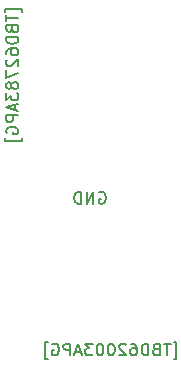
<source format=gbr>
%TF.GenerationSoftware,KiCad,Pcbnew,7.0.1*%
%TF.CreationDate,2023-05-14T00:25:17+09:00*%
%TF.ProjectId,Pmod_7Seg,506d6f64-5f37-4536-9567-2e6b69636164,rev?*%
%TF.SameCoordinates,Original*%
%TF.FileFunction,Legend,Bot*%
%TF.FilePolarity,Positive*%
%FSLAX46Y46*%
G04 Gerber Fmt 4.6, Leading zero omitted, Abs format (unit mm)*
G04 Created by KiCad (PCBNEW 7.0.1) date 2023-05-14 00:25:17*
%MOMM*%
%LPD*%
G01*
G04 APERTURE LIST*
%ADD10C,0.150000*%
G04 APERTURE END LIST*
D10*
X129159095Y-85412238D02*
X129254333Y-85364619D01*
X129254333Y-85364619D02*
X129397190Y-85364619D01*
X129397190Y-85364619D02*
X129540047Y-85412238D01*
X129540047Y-85412238D02*
X129635285Y-85507476D01*
X129635285Y-85507476D02*
X129682904Y-85602714D01*
X129682904Y-85602714D02*
X129730523Y-85793190D01*
X129730523Y-85793190D02*
X129730523Y-85936047D01*
X129730523Y-85936047D02*
X129682904Y-86126523D01*
X129682904Y-86126523D02*
X129635285Y-86221761D01*
X129635285Y-86221761D02*
X129540047Y-86317000D01*
X129540047Y-86317000D02*
X129397190Y-86364619D01*
X129397190Y-86364619D02*
X129301952Y-86364619D01*
X129301952Y-86364619D02*
X129159095Y-86317000D01*
X129159095Y-86317000D02*
X129111476Y-86269380D01*
X129111476Y-86269380D02*
X129111476Y-85936047D01*
X129111476Y-85936047D02*
X129301952Y-85936047D01*
X128682904Y-86364619D02*
X128682904Y-85364619D01*
X128682904Y-85364619D02*
X128111476Y-86364619D01*
X128111476Y-86364619D02*
X128111476Y-85364619D01*
X127635285Y-86364619D02*
X127635285Y-85364619D01*
X127635285Y-85364619D02*
X127397190Y-85364619D01*
X127397190Y-85364619D02*
X127254333Y-85412238D01*
X127254333Y-85412238D02*
X127159095Y-85507476D01*
X127159095Y-85507476D02*
X127111476Y-85602714D01*
X127111476Y-85602714D02*
X127063857Y-85793190D01*
X127063857Y-85793190D02*
X127063857Y-85936047D01*
X127063857Y-85936047D02*
X127111476Y-86126523D01*
X127111476Y-86126523D02*
X127159095Y-86221761D01*
X127159095Y-86221761D02*
X127254333Y-86317000D01*
X127254333Y-86317000D02*
X127397190Y-86364619D01*
X127397190Y-86364619D02*
X127635285Y-86364619D01*
X135467790Y-99536552D02*
X135705885Y-99536552D01*
X135705885Y-99536552D02*
X135705885Y-98107980D01*
X135705885Y-98107980D02*
X135467790Y-98107980D01*
X135229694Y-98203219D02*
X134658266Y-98203219D01*
X134943980Y-99203219D02*
X134943980Y-98203219D01*
X133991599Y-98679409D02*
X133848742Y-98727028D01*
X133848742Y-98727028D02*
X133801123Y-98774647D01*
X133801123Y-98774647D02*
X133753504Y-98869885D01*
X133753504Y-98869885D02*
X133753504Y-99012742D01*
X133753504Y-99012742D02*
X133801123Y-99107980D01*
X133801123Y-99107980D02*
X133848742Y-99155600D01*
X133848742Y-99155600D02*
X133943980Y-99203219D01*
X133943980Y-99203219D02*
X134324932Y-99203219D01*
X134324932Y-99203219D02*
X134324932Y-98203219D01*
X134324932Y-98203219D02*
X133991599Y-98203219D01*
X133991599Y-98203219D02*
X133896361Y-98250838D01*
X133896361Y-98250838D02*
X133848742Y-98298457D01*
X133848742Y-98298457D02*
X133801123Y-98393695D01*
X133801123Y-98393695D02*
X133801123Y-98488933D01*
X133801123Y-98488933D02*
X133848742Y-98584171D01*
X133848742Y-98584171D02*
X133896361Y-98631790D01*
X133896361Y-98631790D02*
X133991599Y-98679409D01*
X133991599Y-98679409D02*
X134324932Y-98679409D01*
X133324932Y-99203219D02*
X133324932Y-98203219D01*
X133324932Y-98203219D02*
X133086837Y-98203219D01*
X133086837Y-98203219D02*
X132943980Y-98250838D01*
X132943980Y-98250838D02*
X132848742Y-98346076D01*
X132848742Y-98346076D02*
X132801123Y-98441314D01*
X132801123Y-98441314D02*
X132753504Y-98631790D01*
X132753504Y-98631790D02*
X132753504Y-98774647D01*
X132753504Y-98774647D02*
X132801123Y-98965123D01*
X132801123Y-98965123D02*
X132848742Y-99060361D01*
X132848742Y-99060361D02*
X132943980Y-99155600D01*
X132943980Y-99155600D02*
X133086837Y-99203219D01*
X133086837Y-99203219D02*
X133324932Y-99203219D01*
X131896361Y-98203219D02*
X132086837Y-98203219D01*
X132086837Y-98203219D02*
X132182075Y-98250838D01*
X132182075Y-98250838D02*
X132229694Y-98298457D01*
X132229694Y-98298457D02*
X132324932Y-98441314D01*
X132324932Y-98441314D02*
X132372551Y-98631790D01*
X132372551Y-98631790D02*
X132372551Y-99012742D01*
X132372551Y-99012742D02*
X132324932Y-99107980D01*
X132324932Y-99107980D02*
X132277313Y-99155600D01*
X132277313Y-99155600D02*
X132182075Y-99203219D01*
X132182075Y-99203219D02*
X131991599Y-99203219D01*
X131991599Y-99203219D02*
X131896361Y-99155600D01*
X131896361Y-99155600D02*
X131848742Y-99107980D01*
X131848742Y-99107980D02*
X131801123Y-99012742D01*
X131801123Y-99012742D02*
X131801123Y-98774647D01*
X131801123Y-98774647D02*
X131848742Y-98679409D01*
X131848742Y-98679409D02*
X131896361Y-98631790D01*
X131896361Y-98631790D02*
X131991599Y-98584171D01*
X131991599Y-98584171D02*
X132182075Y-98584171D01*
X132182075Y-98584171D02*
X132277313Y-98631790D01*
X132277313Y-98631790D02*
X132324932Y-98679409D01*
X132324932Y-98679409D02*
X132372551Y-98774647D01*
X131420170Y-98298457D02*
X131372551Y-98250838D01*
X131372551Y-98250838D02*
X131277313Y-98203219D01*
X131277313Y-98203219D02*
X131039218Y-98203219D01*
X131039218Y-98203219D02*
X130943980Y-98250838D01*
X130943980Y-98250838D02*
X130896361Y-98298457D01*
X130896361Y-98298457D02*
X130848742Y-98393695D01*
X130848742Y-98393695D02*
X130848742Y-98488933D01*
X130848742Y-98488933D02*
X130896361Y-98631790D01*
X130896361Y-98631790D02*
X131467789Y-99203219D01*
X131467789Y-99203219D02*
X130848742Y-99203219D01*
X130229694Y-98203219D02*
X130134456Y-98203219D01*
X130134456Y-98203219D02*
X130039218Y-98250838D01*
X130039218Y-98250838D02*
X129991599Y-98298457D01*
X129991599Y-98298457D02*
X129943980Y-98393695D01*
X129943980Y-98393695D02*
X129896361Y-98584171D01*
X129896361Y-98584171D02*
X129896361Y-98822266D01*
X129896361Y-98822266D02*
X129943980Y-99012742D01*
X129943980Y-99012742D02*
X129991599Y-99107980D01*
X129991599Y-99107980D02*
X130039218Y-99155600D01*
X130039218Y-99155600D02*
X130134456Y-99203219D01*
X130134456Y-99203219D02*
X130229694Y-99203219D01*
X130229694Y-99203219D02*
X130324932Y-99155600D01*
X130324932Y-99155600D02*
X130372551Y-99107980D01*
X130372551Y-99107980D02*
X130420170Y-99012742D01*
X130420170Y-99012742D02*
X130467789Y-98822266D01*
X130467789Y-98822266D02*
X130467789Y-98584171D01*
X130467789Y-98584171D02*
X130420170Y-98393695D01*
X130420170Y-98393695D02*
X130372551Y-98298457D01*
X130372551Y-98298457D02*
X130324932Y-98250838D01*
X130324932Y-98250838D02*
X130229694Y-98203219D01*
X129277313Y-98203219D02*
X129182075Y-98203219D01*
X129182075Y-98203219D02*
X129086837Y-98250838D01*
X129086837Y-98250838D02*
X129039218Y-98298457D01*
X129039218Y-98298457D02*
X128991599Y-98393695D01*
X128991599Y-98393695D02*
X128943980Y-98584171D01*
X128943980Y-98584171D02*
X128943980Y-98822266D01*
X128943980Y-98822266D02*
X128991599Y-99012742D01*
X128991599Y-99012742D02*
X129039218Y-99107980D01*
X129039218Y-99107980D02*
X129086837Y-99155600D01*
X129086837Y-99155600D02*
X129182075Y-99203219D01*
X129182075Y-99203219D02*
X129277313Y-99203219D01*
X129277313Y-99203219D02*
X129372551Y-99155600D01*
X129372551Y-99155600D02*
X129420170Y-99107980D01*
X129420170Y-99107980D02*
X129467789Y-99012742D01*
X129467789Y-99012742D02*
X129515408Y-98822266D01*
X129515408Y-98822266D02*
X129515408Y-98584171D01*
X129515408Y-98584171D02*
X129467789Y-98393695D01*
X129467789Y-98393695D02*
X129420170Y-98298457D01*
X129420170Y-98298457D02*
X129372551Y-98250838D01*
X129372551Y-98250838D02*
X129277313Y-98203219D01*
X128610646Y-98203219D02*
X127991599Y-98203219D01*
X127991599Y-98203219D02*
X128324932Y-98584171D01*
X128324932Y-98584171D02*
X128182075Y-98584171D01*
X128182075Y-98584171D02*
X128086837Y-98631790D01*
X128086837Y-98631790D02*
X128039218Y-98679409D01*
X128039218Y-98679409D02*
X127991599Y-98774647D01*
X127991599Y-98774647D02*
X127991599Y-99012742D01*
X127991599Y-99012742D02*
X128039218Y-99107980D01*
X128039218Y-99107980D02*
X128086837Y-99155600D01*
X128086837Y-99155600D02*
X128182075Y-99203219D01*
X128182075Y-99203219D02*
X128467789Y-99203219D01*
X128467789Y-99203219D02*
X128563027Y-99155600D01*
X128563027Y-99155600D02*
X128610646Y-99107980D01*
X127610646Y-98917504D02*
X127134456Y-98917504D01*
X127705884Y-99203219D02*
X127372551Y-98203219D01*
X127372551Y-98203219D02*
X127039218Y-99203219D01*
X126705884Y-99203219D02*
X126705884Y-98203219D01*
X126705884Y-98203219D02*
X126324932Y-98203219D01*
X126324932Y-98203219D02*
X126229694Y-98250838D01*
X126229694Y-98250838D02*
X126182075Y-98298457D01*
X126182075Y-98298457D02*
X126134456Y-98393695D01*
X126134456Y-98393695D02*
X126134456Y-98536552D01*
X126134456Y-98536552D02*
X126182075Y-98631790D01*
X126182075Y-98631790D02*
X126229694Y-98679409D01*
X126229694Y-98679409D02*
X126324932Y-98727028D01*
X126324932Y-98727028D02*
X126705884Y-98727028D01*
X125182075Y-98250838D02*
X125277313Y-98203219D01*
X125277313Y-98203219D02*
X125420170Y-98203219D01*
X125420170Y-98203219D02*
X125563027Y-98250838D01*
X125563027Y-98250838D02*
X125658265Y-98346076D01*
X125658265Y-98346076D02*
X125705884Y-98441314D01*
X125705884Y-98441314D02*
X125753503Y-98631790D01*
X125753503Y-98631790D02*
X125753503Y-98774647D01*
X125753503Y-98774647D02*
X125705884Y-98965123D01*
X125705884Y-98965123D02*
X125658265Y-99060361D01*
X125658265Y-99060361D02*
X125563027Y-99155600D01*
X125563027Y-99155600D02*
X125420170Y-99203219D01*
X125420170Y-99203219D02*
X125324932Y-99203219D01*
X125324932Y-99203219D02*
X125182075Y-99155600D01*
X125182075Y-99155600D02*
X125134456Y-99107980D01*
X125134456Y-99107980D02*
X125134456Y-98774647D01*
X125134456Y-98774647D02*
X125324932Y-98774647D01*
X124801122Y-99536552D02*
X124563027Y-99536552D01*
X124563027Y-99536552D02*
X124563027Y-98107980D01*
X124563027Y-98107980D02*
X124801122Y-98107980D01*
X122638952Y-70119809D02*
X122638952Y-69881714D01*
X122638952Y-69881714D02*
X121210380Y-69881714D01*
X121210380Y-69881714D02*
X121210380Y-70119809D01*
X121305619Y-70357905D02*
X121305619Y-70929333D01*
X122305619Y-70643619D02*
X121305619Y-70643619D01*
X121781809Y-71596000D02*
X121829428Y-71738857D01*
X121829428Y-71738857D02*
X121877047Y-71786476D01*
X121877047Y-71786476D02*
X121972285Y-71834095D01*
X121972285Y-71834095D02*
X122115142Y-71834095D01*
X122115142Y-71834095D02*
X122210380Y-71786476D01*
X122210380Y-71786476D02*
X122258000Y-71738857D01*
X122258000Y-71738857D02*
X122305619Y-71643619D01*
X122305619Y-71643619D02*
X122305619Y-71262667D01*
X122305619Y-71262667D02*
X121305619Y-71262667D01*
X121305619Y-71262667D02*
X121305619Y-71596000D01*
X121305619Y-71596000D02*
X121353238Y-71691238D01*
X121353238Y-71691238D02*
X121400857Y-71738857D01*
X121400857Y-71738857D02*
X121496095Y-71786476D01*
X121496095Y-71786476D02*
X121591333Y-71786476D01*
X121591333Y-71786476D02*
X121686571Y-71738857D01*
X121686571Y-71738857D02*
X121734190Y-71691238D01*
X121734190Y-71691238D02*
X121781809Y-71596000D01*
X121781809Y-71596000D02*
X121781809Y-71262667D01*
X122305619Y-72262667D02*
X121305619Y-72262667D01*
X121305619Y-72262667D02*
X121305619Y-72500762D01*
X121305619Y-72500762D02*
X121353238Y-72643619D01*
X121353238Y-72643619D02*
X121448476Y-72738857D01*
X121448476Y-72738857D02*
X121543714Y-72786476D01*
X121543714Y-72786476D02*
X121734190Y-72834095D01*
X121734190Y-72834095D02*
X121877047Y-72834095D01*
X121877047Y-72834095D02*
X122067523Y-72786476D01*
X122067523Y-72786476D02*
X122162761Y-72738857D01*
X122162761Y-72738857D02*
X122258000Y-72643619D01*
X122258000Y-72643619D02*
X122305619Y-72500762D01*
X122305619Y-72500762D02*
X122305619Y-72262667D01*
X121305619Y-73691238D02*
X121305619Y-73500762D01*
X121305619Y-73500762D02*
X121353238Y-73405524D01*
X121353238Y-73405524D02*
X121400857Y-73357905D01*
X121400857Y-73357905D02*
X121543714Y-73262667D01*
X121543714Y-73262667D02*
X121734190Y-73215048D01*
X121734190Y-73215048D02*
X122115142Y-73215048D01*
X122115142Y-73215048D02*
X122210380Y-73262667D01*
X122210380Y-73262667D02*
X122258000Y-73310286D01*
X122258000Y-73310286D02*
X122305619Y-73405524D01*
X122305619Y-73405524D02*
X122305619Y-73596000D01*
X122305619Y-73596000D02*
X122258000Y-73691238D01*
X122258000Y-73691238D02*
X122210380Y-73738857D01*
X122210380Y-73738857D02*
X122115142Y-73786476D01*
X122115142Y-73786476D02*
X121877047Y-73786476D01*
X121877047Y-73786476D02*
X121781809Y-73738857D01*
X121781809Y-73738857D02*
X121734190Y-73691238D01*
X121734190Y-73691238D02*
X121686571Y-73596000D01*
X121686571Y-73596000D02*
X121686571Y-73405524D01*
X121686571Y-73405524D02*
X121734190Y-73310286D01*
X121734190Y-73310286D02*
X121781809Y-73262667D01*
X121781809Y-73262667D02*
X121877047Y-73215048D01*
X121400857Y-74167429D02*
X121353238Y-74215048D01*
X121353238Y-74215048D02*
X121305619Y-74310286D01*
X121305619Y-74310286D02*
X121305619Y-74548381D01*
X121305619Y-74548381D02*
X121353238Y-74643619D01*
X121353238Y-74643619D02*
X121400857Y-74691238D01*
X121400857Y-74691238D02*
X121496095Y-74738857D01*
X121496095Y-74738857D02*
X121591333Y-74738857D01*
X121591333Y-74738857D02*
X121734190Y-74691238D01*
X121734190Y-74691238D02*
X122305619Y-74119810D01*
X122305619Y-74119810D02*
X122305619Y-74738857D01*
X121305619Y-75072191D02*
X121305619Y-75738857D01*
X121305619Y-75738857D02*
X122305619Y-75310286D01*
X121734190Y-76262667D02*
X121686571Y-76167429D01*
X121686571Y-76167429D02*
X121638952Y-76119810D01*
X121638952Y-76119810D02*
X121543714Y-76072191D01*
X121543714Y-76072191D02*
X121496095Y-76072191D01*
X121496095Y-76072191D02*
X121400857Y-76119810D01*
X121400857Y-76119810D02*
X121353238Y-76167429D01*
X121353238Y-76167429D02*
X121305619Y-76262667D01*
X121305619Y-76262667D02*
X121305619Y-76453143D01*
X121305619Y-76453143D02*
X121353238Y-76548381D01*
X121353238Y-76548381D02*
X121400857Y-76596000D01*
X121400857Y-76596000D02*
X121496095Y-76643619D01*
X121496095Y-76643619D02*
X121543714Y-76643619D01*
X121543714Y-76643619D02*
X121638952Y-76596000D01*
X121638952Y-76596000D02*
X121686571Y-76548381D01*
X121686571Y-76548381D02*
X121734190Y-76453143D01*
X121734190Y-76453143D02*
X121734190Y-76262667D01*
X121734190Y-76262667D02*
X121781809Y-76167429D01*
X121781809Y-76167429D02*
X121829428Y-76119810D01*
X121829428Y-76119810D02*
X121924666Y-76072191D01*
X121924666Y-76072191D02*
X122115142Y-76072191D01*
X122115142Y-76072191D02*
X122210380Y-76119810D01*
X122210380Y-76119810D02*
X122258000Y-76167429D01*
X122258000Y-76167429D02*
X122305619Y-76262667D01*
X122305619Y-76262667D02*
X122305619Y-76453143D01*
X122305619Y-76453143D02*
X122258000Y-76548381D01*
X122258000Y-76548381D02*
X122210380Y-76596000D01*
X122210380Y-76596000D02*
X122115142Y-76643619D01*
X122115142Y-76643619D02*
X121924666Y-76643619D01*
X121924666Y-76643619D02*
X121829428Y-76596000D01*
X121829428Y-76596000D02*
X121781809Y-76548381D01*
X121781809Y-76548381D02*
X121734190Y-76453143D01*
X121305619Y-76976953D02*
X121305619Y-77596000D01*
X121305619Y-77596000D02*
X121686571Y-77262667D01*
X121686571Y-77262667D02*
X121686571Y-77405524D01*
X121686571Y-77405524D02*
X121734190Y-77500762D01*
X121734190Y-77500762D02*
X121781809Y-77548381D01*
X121781809Y-77548381D02*
X121877047Y-77596000D01*
X121877047Y-77596000D02*
X122115142Y-77596000D01*
X122115142Y-77596000D02*
X122210380Y-77548381D01*
X122210380Y-77548381D02*
X122258000Y-77500762D01*
X122258000Y-77500762D02*
X122305619Y-77405524D01*
X122305619Y-77405524D02*
X122305619Y-77119810D01*
X122305619Y-77119810D02*
X122258000Y-77024572D01*
X122258000Y-77024572D02*
X122210380Y-76976953D01*
X122019904Y-77976953D02*
X122019904Y-78453143D01*
X122305619Y-77881715D02*
X121305619Y-78215048D01*
X121305619Y-78215048D02*
X122305619Y-78548381D01*
X122305619Y-78881715D02*
X121305619Y-78881715D01*
X121305619Y-78881715D02*
X121305619Y-79262667D01*
X121305619Y-79262667D02*
X121353238Y-79357905D01*
X121353238Y-79357905D02*
X121400857Y-79405524D01*
X121400857Y-79405524D02*
X121496095Y-79453143D01*
X121496095Y-79453143D02*
X121638952Y-79453143D01*
X121638952Y-79453143D02*
X121734190Y-79405524D01*
X121734190Y-79405524D02*
X121781809Y-79357905D01*
X121781809Y-79357905D02*
X121829428Y-79262667D01*
X121829428Y-79262667D02*
X121829428Y-78881715D01*
X121353238Y-80405524D02*
X121305619Y-80310286D01*
X121305619Y-80310286D02*
X121305619Y-80167429D01*
X121305619Y-80167429D02*
X121353238Y-80024572D01*
X121353238Y-80024572D02*
X121448476Y-79929334D01*
X121448476Y-79929334D02*
X121543714Y-79881715D01*
X121543714Y-79881715D02*
X121734190Y-79834096D01*
X121734190Y-79834096D02*
X121877047Y-79834096D01*
X121877047Y-79834096D02*
X122067523Y-79881715D01*
X122067523Y-79881715D02*
X122162761Y-79929334D01*
X122162761Y-79929334D02*
X122258000Y-80024572D01*
X122258000Y-80024572D02*
X122305619Y-80167429D01*
X122305619Y-80167429D02*
X122305619Y-80262667D01*
X122305619Y-80262667D02*
X122258000Y-80405524D01*
X122258000Y-80405524D02*
X122210380Y-80453143D01*
X122210380Y-80453143D02*
X121877047Y-80453143D01*
X121877047Y-80453143D02*
X121877047Y-80262667D01*
X122638952Y-80786477D02*
X122638952Y-81024572D01*
X122638952Y-81024572D02*
X121210380Y-81024572D01*
X121210380Y-81024572D02*
X121210380Y-80786477D01*
M02*

</source>
